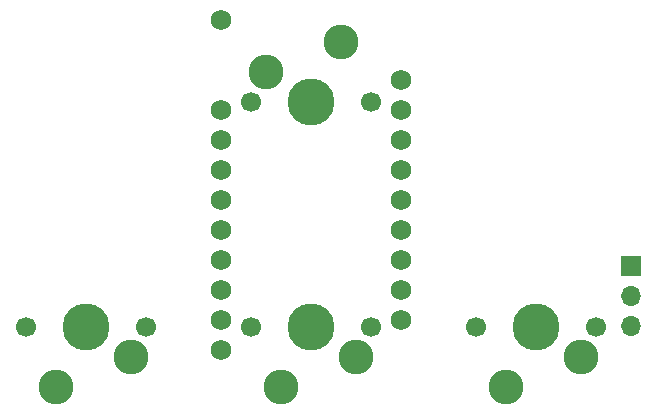
<source format=gts>
G04 #@! TF.GenerationSoftware,KiCad,Pcbnew,(5.1.10)-1*
G04 #@! TF.CreationDate,2021-12-21T01:23:29-06:00*
G04 #@! TF.ProjectId,arrow,6172726f-772e-46b6-9963-61645f706362,rev?*
G04 #@! TF.SameCoordinates,Original*
G04 #@! TF.FileFunction,Soldermask,Top*
G04 #@! TF.FilePolarity,Negative*
%FSLAX46Y46*%
G04 Gerber Fmt 4.6, Leading zero omitted, Abs format (unit mm)*
G04 Created by KiCad (PCBNEW (5.1.10)-1) date 2021-12-21 01:23:29*
%MOMM*%
%LPD*%
G01*
G04 APERTURE LIST*
%ADD10C,1.752600*%
%ADD11C,3.980180*%
%ADD12C,2.950000*%
%ADD13C,1.700000*%
%ADD14O,1.700000X1.700000*%
%ADD15R,1.700000X1.700000*%
G04 APERTURE END LIST*
D10*
X227040000Y-128641250D03*
X227040000Y-131181250D03*
X227040000Y-133721250D03*
X227040000Y-136261250D03*
X227040000Y-138801250D03*
X227040000Y-141341250D03*
X227040000Y-143881250D03*
X227040000Y-146421250D03*
X227040000Y-148961250D03*
X211800000Y-151501250D03*
X211800000Y-148961250D03*
X211800000Y-146421250D03*
X211800000Y-143881250D03*
X211800000Y-141341250D03*
X211800000Y-138801250D03*
X211800000Y-136261250D03*
X211800000Y-133721250D03*
X211800000Y-131181250D03*
X211800000Y-123561250D03*
D11*
X238470000Y-149520000D03*
D12*
X235930000Y-154600000D03*
X242280000Y-152060000D03*
D13*
X233390000Y-149520000D03*
X243550000Y-149520000D03*
D11*
X219420000Y-149520000D03*
D12*
X216880000Y-154600000D03*
X223230000Y-152060000D03*
D13*
X214340000Y-149520000D03*
X224500000Y-149520000D03*
D11*
X219420000Y-130470000D03*
D12*
X221960000Y-125390000D03*
X215610000Y-127930000D03*
D13*
X224500000Y-130470000D03*
X214340000Y-130470000D03*
D11*
X200370000Y-149520000D03*
D12*
X197830000Y-154600000D03*
X204180000Y-152060000D03*
D13*
X195290000Y-149520000D03*
X205450000Y-149520000D03*
D14*
X246520000Y-149430000D03*
X246520000Y-146890000D03*
D15*
X246520000Y-144350000D03*
M02*

</source>
